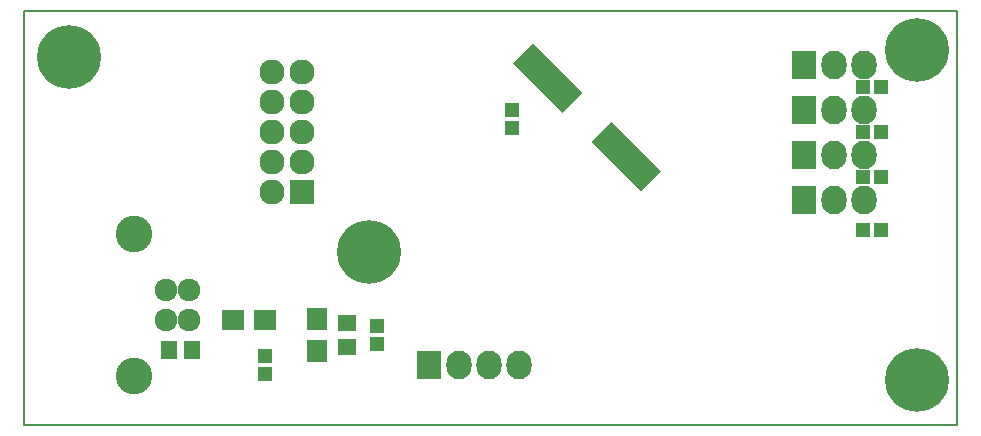
<source format=gbr>
G04 #@! TF.FileFunction,Soldermask,Bot*
%FSLAX46Y46*%
G04 Gerber Fmt 4.6, Leading zero omitted, Abs format (unit mm)*
G04 Created by KiCad (PCBNEW 4.0.0-rc1-stable) date 01.11.2015 14:42:16*
%MOMM*%
G01*
G04 APERTURE LIST*
%ADD10C,0.100000*%
%ADD11C,0.150000*%
%ADD12R,1.900000X1.700000*%
%ADD13R,1.700000X1.900000*%
%ADD14R,2.127200X2.432000*%
%ADD15O,2.127200X2.432000*%
%ADD16R,2.127200X2.127200*%
%ADD17O,2.127200X2.127200*%
%ADD18C,1.924000*%
%ADD19C,3.100020*%
%ADD20R,1.200000X1.150000*%
%ADD21R,1.150000X1.200000*%
%ADD22R,1.400000X1.650000*%
%ADD23R,1.650000X1.400000*%
%ADD24C,5.400000*%
G04 APERTURE END LIST*
D10*
D11*
X137420000Y-107950000D02*
X58420000Y-107950000D01*
X137420000Y-72950000D02*
X137420000Y-107950000D01*
X58420000Y-72950000D02*
X137420000Y-72950000D01*
X58420000Y-107950000D02*
X58420000Y-72950000D01*
D12*
X76120000Y-99060000D03*
X78820000Y-99060000D03*
D13*
X83185000Y-101680000D03*
X83185000Y-98980000D03*
D14*
X92710000Y-102870000D03*
D15*
X95250000Y-102870000D03*
X97790000Y-102870000D03*
X100330000Y-102870000D03*
D14*
X124460000Y-88900000D03*
D15*
X127000000Y-88900000D03*
X129540000Y-88900000D03*
D14*
X124460000Y-85090000D03*
D15*
X127000000Y-85090000D03*
X129540000Y-85090000D03*
D14*
X124460000Y-81280000D03*
D15*
X127000000Y-81280000D03*
X129540000Y-81280000D03*
D14*
X124460000Y-77470000D03*
D15*
X127000000Y-77470000D03*
X129540000Y-77470000D03*
D16*
X81915000Y-88265000D03*
D17*
X79375000Y-88265000D03*
X81915000Y-85725000D03*
X79375000Y-85725000D03*
X81915000Y-83185000D03*
X79375000Y-83185000D03*
X81915000Y-80645000D03*
X79375000Y-80645000D03*
X81915000Y-78105000D03*
X79375000Y-78105000D03*
D18*
X72380000Y-96520000D03*
X72380000Y-99060000D03*
X70381020Y-99060000D03*
X70381020Y-96520000D03*
D19*
X67681000Y-91790520D03*
X67681000Y-103789480D03*
D10*
G36*
X112301509Y-86475174D02*
X110605174Y-88171509D01*
X106433881Y-84000216D01*
X108130216Y-82303881D01*
X112301509Y-86475174D01*
X112301509Y-86475174D01*
G37*
G36*
X105656119Y-79829784D02*
X103959784Y-81526119D01*
X99788491Y-77354826D01*
X101484826Y-75658491D01*
X105656119Y-79829784D01*
X105656119Y-79829784D01*
G37*
D20*
X129425000Y-79375000D03*
X130925000Y-79375000D03*
X129425000Y-83185000D03*
X130925000Y-83185000D03*
X129425000Y-86995000D03*
X130925000Y-86995000D03*
X129425000Y-91440000D03*
X130925000Y-91440000D03*
D21*
X99695000Y-82792000D03*
X99695000Y-81292000D03*
D22*
X72660000Y-101600000D03*
X70660000Y-101600000D03*
D21*
X78820000Y-102120000D03*
X78820000Y-103620000D03*
D23*
X85725000Y-99330000D03*
X85725000Y-101330000D03*
D21*
X88265000Y-99580000D03*
X88265000Y-101080000D03*
D24*
X62230000Y-76835000D03*
X133985000Y-76200000D03*
X133985000Y-104140000D03*
X87630000Y-93345000D03*
M02*

</source>
